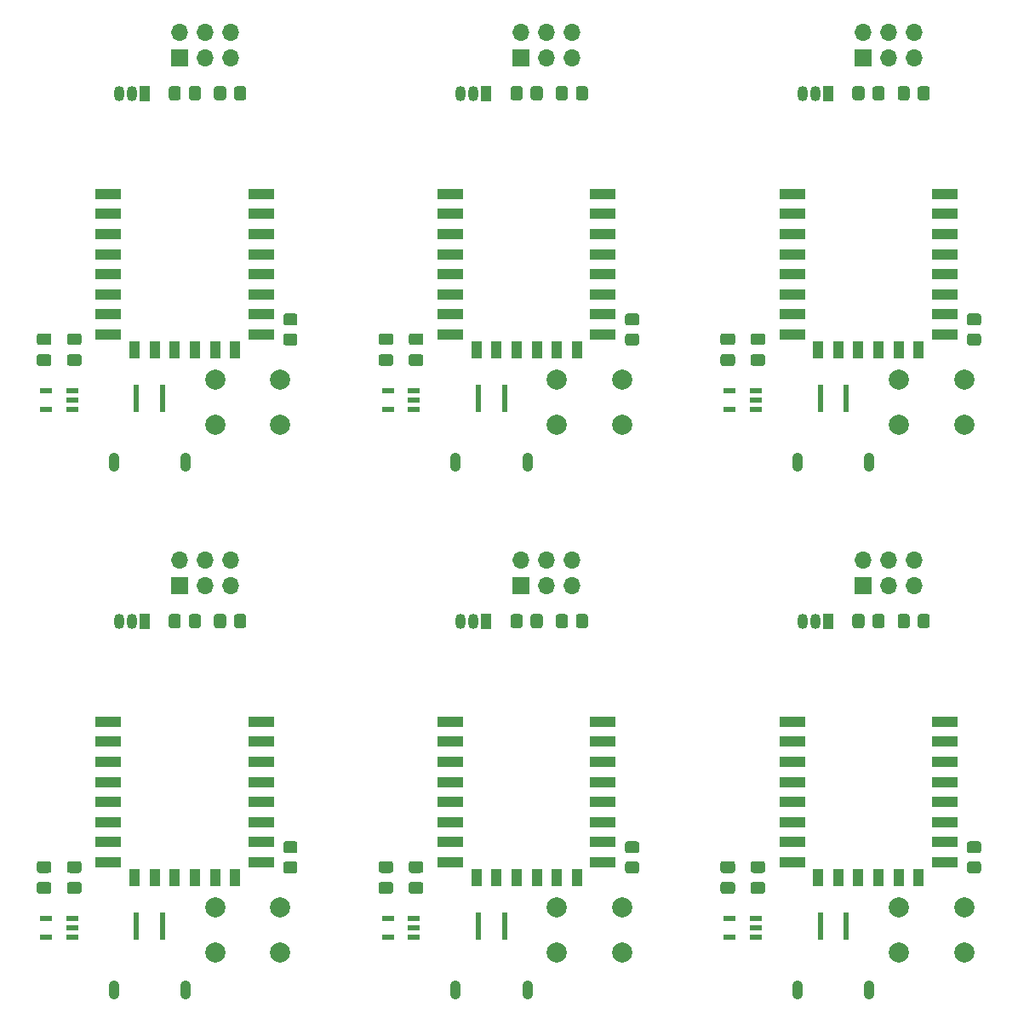
<source format=gbr>
G04 #@! TF.GenerationSoftware,KiCad,Pcbnew,(5.1.9)-1*
G04 #@! TF.CreationDate,2021-03-22T07:19:38+01:00*
G04 #@! TF.ProjectId,IM350- Multi,494d3335-302d-4204-9d75-6c74692e6b69,rev?*
G04 #@! TF.SameCoordinates,Original*
G04 #@! TF.FileFunction,Soldermask,Top*
G04 #@! TF.FilePolarity,Negative*
%FSLAX46Y46*%
G04 Gerber Fmt 4.6, Leading zero omitted, Abs format (unit mm)*
G04 Created by KiCad (PCBNEW (5.1.9)-1) date 2021-03-22 07:19:38*
%MOMM*%
%LPD*%
G01*
G04 APERTURE LIST*
%ADD10O,1.050000X1.500000*%
%ADD11R,1.050000X1.500000*%
%ADD12R,1.200000X0.600000*%
%ADD13C,2.000000*%
%ADD14O,1.700000X1.700000*%
%ADD15R,1.700000X1.700000*%
%ADD16R,2.500000X1.000000*%
%ADD17R,1.000000X1.800000*%
%ADD18R,0.600000X2.800000*%
%ADD19O,1.050000X1.900000*%
G04 APERTURE END LIST*
D10*
X133230000Y-100000000D03*
X131960000Y-100000000D03*
D11*
X134500000Y-100000000D03*
D12*
X127300000Y-78950000D03*
X127300000Y-78000000D03*
X127300000Y-77050000D03*
X124700000Y-77050000D03*
X124700000Y-78950000D03*
D11*
X134500000Y-47500000D03*
D10*
X131960000Y-47500000D03*
X133230000Y-47500000D03*
G36*
G01*
X142600000Y-47049999D02*
X142600000Y-47950001D01*
G75*
G02*
X142350001Y-48200000I-249999J0D01*
G01*
X141649999Y-48200000D01*
G75*
G02*
X141400000Y-47950001I0J249999D01*
G01*
X141400000Y-47049999D01*
G75*
G02*
X141649999Y-46800000I249999J0D01*
G01*
X142350001Y-46800000D01*
G75*
G02*
X142600000Y-47049999I0J-249999D01*
G01*
G37*
G36*
G01*
X144600000Y-47049999D02*
X144600000Y-47950001D01*
G75*
G02*
X144350001Y-48200000I-249999J0D01*
G01*
X143649999Y-48200000D01*
G75*
G02*
X143400000Y-47950001I0J249999D01*
G01*
X143400000Y-47049999D01*
G75*
G02*
X143649999Y-46800000I249999J0D01*
G01*
X144350001Y-46800000D01*
G75*
G02*
X144600000Y-47049999I0J-249999D01*
G01*
G37*
D13*
X148000000Y-128500000D03*
X148000000Y-133000000D03*
X141500000Y-128500000D03*
X141500000Y-133000000D03*
G36*
G01*
X127975000Y-125050000D02*
X127025000Y-125050000D01*
G75*
G02*
X126775000Y-124800000I0J250000D01*
G01*
X126775000Y-124125000D01*
G75*
G02*
X127025000Y-123875000I250000J0D01*
G01*
X127975000Y-123875000D01*
G75*
G02*
X128225000Y-124125000I0J-250000D01*
G01*
X128225000Y-124800000D01*
G75*
G02*
X127975000Y-125050000I-250000J0D01*
G01*
G37*
G36*
G01*
X127975000Y-127125000D02*
X127025000Y-127125000D01*
G75*
G02*
X126775000Y-126875000I0J250000D01*
G01*
X126775000Y-126200000D01*
G75*
G02*
X127025000Y-125950000I250000J0D01*
G01*
X127975000Y-125950000D01*
G75*
G02*
X128225000Y-126200000I0J-250000D01*
G01*
X128225000Y-126875000D01*
G75*
G02*
X127975000Y-127125000I-250000J0D01*
G01*
G37*
D14*
X143040000Y-93960000D03*
X143040000Y-96500000D03*
X140500000Y-93960000D03*
X140500000Y-96500000D03*
X137960000Y-93960000D03*
D15*
X137960000Y-96500000D03*
D12*
X124700000Y-131450000D03*
X124700000Y-129550000D03*
X127300000Y-129550000D03*
X127300000Y-130500000D03*
X127300000Y-131450000D03*
G36*
G01*
X138100000Y-47049999D02*
X138100000Y-47950001D01*
G75*
G02*
X137850001Y-48200000I-249999J0D01*
G01*
X137149999Y-48200000D01*
G75*
G02*
X136900000Y-47950001I0J249999D01*
G01*
X136900000Y-47049999D01*
G75*
G02*
X137149999Y-46800000I249999J0D01*
G01*
X137850001Y-46800000D01*
G75*
G02*
X138100000Y-47049999I0J-249999D01*
G01*
G37*
G36*
G01*
X140100000Y-47049999D02*
X140100000Y-47950001D01*
G75*
G02*
X139850001Y-48200000I-249999J0D01*
G01*
X139149999Y-48200000D01*
G75*
G02*
X138900000Y-47950001I0J249999D01*
G01*
X138900000Y-47049999D01*
G75*
G02*
X139149999Y-46800000I249999J0D01*
G01*
X139850001Y-46800000D01*
G75*
G02*
X140100000Y-47049999I0J-249999D01*
G01*
G37*
D15*
X137960000Y-44000000D03*
D14*
X137960000Y-41460000D03*
X140500000Y-44000000D03*
X140500000Y-41460000D03*
X143040000Y-44000000D03*
X143040000Y-41460000D03*
G36*
G01*
X127975000Y-74625000D02*
X127025000Y-74625000D01*
G75*
G02*
X126775000Y-74375000I0J250000D01*
G01*
X126775000Y-73700000D01*
G75*
G02*
X127025000Y-73450000I250000J0D01*
G01*
X127975000Y-73450000D01*
G75*
G02*
X128225000Y-73700000I0J-250000D01*
G01*
X128225000Y-74375000D01*
G75*
G02*
X127975000Y-74625000I-250000J0D01*
G01*
G37*
G36*
G01*
X127975000Y-72550000D02*
X127025000Y-72550000D01*
G75*
G02*
X126775000Y-72300000I0J250000D01*
G01*
X126775000Y-71625000D01*
G75*
G02*
X127025000Y-71375000I250000J0D01*
G01*
X127975000Y-71375000D01*
G75*
G02*
X128225000Y-71625000I0J-250000D01*
G01*
X128225000Y-72300000D01*
G75*
G02*
X127975000Y-72550000I-250000J0D01*
G01*
G37*
G36*
G01*
X124975000Y-72550000D02*
X124025000Y-72550000D01*
G75*
G02*
X123775000Y-72300000I0J250000D01*
G01*
X123775000Y-71625000D01*
G75*
G02*
X124025000Y-71375000I250000J0D01*
G01*
X124975000Y-71375000D01*
G75*
G02*
X125225000Y-71625000I0J-250000D01*
G01*
X125225000Y-72300000D01*
G75*
G02*
X124975000Y-72550000I-250000J0D01*
G01*
G37*
G36*
G01*
X124975000Y-74625000D02*
X124025000Y-74625000D01*
G75*
G02*
X123775000Y-74375000I0J250000D01*
G01*
X123775000Y-73700000D01*
G75*
G02*
X124025000Y-73450000I250000J0D01*
G01*
X124975000Y-73450000D01*
G75*
G02*
X125225000Y-73700000I0J-250000D01*
G01*
X125225000Y-74375000D01*
G75*
G02*
X124975000Y-74625000I-250000J0D01*
G01*
G37*
D16*
X130900000Y-57500000D03*
X130900000Y-59500000D03*
X130900000Y-61500000D03*
X130900000Y-63500000D03*
X130900000Y-65500000D03*
X130900000Y-67500000D03*
X130900000Y-69500000D03*
X130900000Y-71500000D03*
D17*
X133500000Y-73000000D03*
X135500000Y-73000000D03*
X137500000Y-73000000D03*
X139500000Y-73000000D03*
X141500000Y-73000000D03*
X143500000Y-73000000D03*
D16*
X146100000Y-71500000D03*
X146100000Y-69500000D03*
X146100000Y-67500000D03*
X146100000Y-65500000D03*
X146100000Y-63500000D03*
X146100000Y-61500000D03*
X146100000Y-59500000D03*
X146100000Y-57500000D03*
G36*
G01*
X140100000Y-99549999D02*
X140100000Y-100450001D01*
G75*
G02*
X139850001Y-100700000I-249999J0D01*
G01*
X139149999Y-100700000D01*
G75*
G02*
X138900000Y-100450001I0J249999D01*
G01*
X138900000Y-99549999D01*
G75*
G02*
X139149999Y-99300000I249999J0D01*
G01*
X139850001Y-99300000D01*
G75*
G02*
X140100000Y-99549999I0J-249999D01*
G01*
G37*
G36*
G01*
X138100000Y-99549999D02*
X138100000Y-100450001D01*
G75*
G02*
X137850001Y-100700000I-249999J0D01*
G01*
X137149999Y-100700000D01*
G75*
G02*
X136900000Y-100450001I0J249999D01*
G01*
X136900000Y-99549999D01*
G75*
G02*
X137149999Y-99300000I249999J0D01*
G01*
X137850001Y-99300000D01*
G75*
G02*
X138100000Y-99549999I0J-249999D01*
G01*
G37*
G36*
G01*
X149450001Y-70600000D02*
X148549999Y-70600000D01*
G75*
G02*
X148300000Y-70350001I0J249999D01*
G01*
X148300000Y-69649999D01*
G75*
G02*
X148549999Y-69400000I249999J0D01*
G01*
X149450001Y-69400000D01*
G75*
G02*
X149700000Y-69649999I0J-249999D01*
G01*
X149700000Y-70350001D01*
G75*
G02*
X149450001Y-70600000I-249999J0D01*
G01*
G37*
G36*
G01*
X149450001Y-72600000D02*
X148549999Y-72600000D01*
G75*
G02*
X148300000Y-72350001I0J249999D01*
G01*
X148300000Y-71649999D01*
G75*
G02*
X148549999Y-71400000I249999J0D01*
G01*
X149450001Y-71400000D01*
G75*
G02*
X149700000Y-71649999I0J-249999D01*
G01*
X149700000Y-72350001D01*
G75*
G02*
X149450001Y-72600000I-249999J0D01*
G01*
G37*
D13*
X141500000Y-80500000D03*
X141500000Y-76000000D03*
X148000000Y-80500000D03*
X148000000Y-76000000D03*
D18*
X133700000Y-77850000D03*
X136300000Y-77850000D03*
D19*
X131425000Y-84200000D03*
X138575000Y-84200000D03*
G36*
G01*
X144600000Y-99549999D02*
X144600000Y-100450001D01*
G75*
G02*
X144350001Y-100700000I-249999J0D01*
G01*
X143649999Y-100700000D01*
G75*
G02*
X143400000Y-100450001I0J249999D01*
G01*
X143400000Y-99549999D01*
G75*
G02*
X143649999Y-99300000I249999J0D01*
G01*
X144350001Y-99300000D01*
G75*
G02*
X144600000Y-99549999I0J-249999D01*
G01*
G37*
G36*
G01*
X142600000Y-99549999D02*
X142600000Y-100450001D01*
G75*
G02*
X142350001Y-100700000I-249999J0D01*
G01*
X141649999Y-100700000D01*
G75*
G02*
X141400000Y-100450001I0J249999D01*
G01*
X141400000Y-99549999D01*
G75*
G02*
X141649999Y-99300000I249999J0D01*
G01*
X142350001Y-99300000D01*
G75*
G02*
X142600000Y-99549999I0J-249999D01*
G01*
G37*
G36*
G01*
X124975000Y-127125000D02*
X124025000Y-127125000D01*
G75*
G02*
X123775000Y-126875000I0J250000D01*
G01*
X123775000Y-126200000D01*
G75*
G02*
X124025000Y-125950000I250000J0D01*
G01*
X124975000Y-125950000D01*
G75*
G02*
X125225000Y-126200000I0J-250000D01*
G01*
X125225000Y-126875000D01*
G75*
G02*
X124975000Y-127125000I-250000J0D01*
G01*
G37*
G36*
G01*
X124975000Y-125050000D02*
X124025000Y-125050000D01*
G75*
G02*
X123775000Y-124800000I0J250000D01*
G01*
X123775000Y-124125000D01*
G75*
G02*
X124025000Y-123875000I250000J0D01*
G01*
X124975000Y-123875000D01*
G75*
G02*
X125225000Y-124125000I0J-250000D01*
G01*
X125225000Y-124800000D01*
G75*
G02*
X124975000Y-125050000I-250000J0D01*
G01*
G37*
D16*
X146100000Y-110000000D03*
X146100000Y-112000000D03*
X146100000Y-114000000D03*
X146100000Y-116000000D03*
X146100000Y-118000000D03*
X146100000Y-120000000D03*
X146100000Y-122000000D03*
X146100000Y-124000000D03*
D17*
X143500000Y-125500000D03*
X141500000Y-125500000D03*
X139500000Y-125500000D03*
X137500000Y-125500000D03*
X135500000Y-125500000D03*
X133500000Y-125500000D03*
D16*
X130900000Y-124000000D03*
X130900000Y-122000000D03*
X130900000Y-120000000D03*
X130900000Y-118000000D03*
X130900000Y-116000000D03*
X130900000Y-114000000D03*
X130900000Y-112000000D03*
X130900000Y-110000000D03*
G36*
G01*
X149450001Y-125100000D02*
X148549999Y-125100000D01*
G75*
G02*
X148300000Y-124850001I0J249999D01*
G01*
X148300000Y-124149999D01*
G75*
G02*
X148549999Y-123900000I249999J0D01*
G01*
X149450001Y-123900000D01*
G75*
G02*
X149700000Y-124149999I0J-249999D01*
G01*
X149700000Y-124850001D01*
G75*
G02*
X149450001Y-125100000I-249999J0D01*
G01*
G37*
G36*
G01*
X149450001Y-123100000D02*
X148549999Y-123100000D01*
G75*
G02*
X148300000Y-122850001I0J249999D01*
G01*
X148300000Y-122149999D01*
G75*
G02*
X148549999Y-121900000I249999J0D01*
G01*
X149450001Y-121900000D01*
G75*
G02*
X149700000Y-122149999I0J-249999D01*
G01*
X149700000Y-122850001D01*
G75*
G02*
X149450001Y-123100000I-249999J0D01*
G01*
G37*
D19*
X138575000Y-136700000D03*
X131425000Y-136700000D03*
D18*
X136300000Y-130350000D03*
X133700000Y-130350000D03*
D19*
X104575000Y-84200000D03*
X97425000Y-84200000D03*
D18*
X102300000Y-77850000D03*
X99700000Y-77850000D03*
G36*
G01*
X115450001Y-72600000D02*
X114549999Y-72600000D01*
G75*
G02*
X114300000Y-72350001I0J249999D01*
G01*
X114300000Y-71649999D01*
G75*
G02*
X114549999Y-71400000I249999J0D01*
G01*
X115450001Y-71400000D01*
G75*
G02*
X115700000Y-71649999I0J-249999D01*
G01*
X115700000Y-72350001D01*
G75*
G02*
X115450001Y-72600000I-249999J0D01*
G01*
G37*
G36*
G01*
X115450001Y-70600000D02*
X114549999Y-70600000D01*
G75*
G02*
X114300000Y-70350001I0J249999D01*
G01*
X114300000Y-69649999D01*
G75*
G02*
X114549999Y-69400000I249999J0D01*
G01*
X115450001Y-69400000D01*
G75*
G02*
X115700000Y-69649999I0J-249999D01*
G01*
X115700000Y-70350001D01*
G75*
G02*
X115450001Y-70600000I-249999J0D01*
G01*
G37*
D10*
X99230000Y-47500000D03*
X97960000Y-47500000D03*
D11*
X100500000Y-47500000D03*
G36*
G01*
X110600000Y-47049999D02*
X110600000Y-47950001D01*
G75*
G02*
X110350001Y-48200000I-249999J0D01*
G01*
X109649999Y-48200000D01*
G75*
G02*
X109400000Y-47950001I0J249999D01*
G01*
X109400000Y-47049999D01*
G75*
G02*
X109649999Y-46800000I249999J0D01*
G01*
X110350001Y-46800000D01*
G75*
G02*
X110600000Y-47049999I0J-249999D01*
G01*
G37*
G36*
G01*
X108600000Y-47049999D02*
X108600000Y-47950001D01*
G75*
G02*
X108350001Y-48200000I-249999J0D01*
G01*
X107649999Y-48200000D01*
G75*
G02*
X107400000Y-47950001I0J249999D01*
G01*
X107400000Y-47049999D01*
G75*
G02*
X107649999Y-46800000I249999J0D01*
G01*
X108350001Y-46800000D01*
G75*
G02*
X108600000Y-47049999I0J-249999D01*
G01*
G37*
G36*
G01*
X115450001Y-123100000D02*
X114549999Y-123100000D01*
G75*
G02*
X114300000Y-122850001I0J249999D01*
G01*
X114300000Y-122149999D01*
G75*
G02*
X114549999Y-121900000I249999J0D01*
G01*
X115450001Y-121900000D01*
G75*
G02*
X115700000Y-122149999I0J-249999D01*
G01*
X115700000Y-122850001D01*
G75*
G02*
X115450001Y-123100000I-249999J0D01*
G01*
G37*
G36*
G01*
X115450001Y-125100000D02*
X114549999Y-125100000D01*
G75*
G02*
X114300000Y-124850001I0J249999D01*
G01*
X114300000Y-124149999D01*
G75*
G02*
X114549999Y-123900000I249999J0D01*
G01*
X115450001Y-123900000D01*
G75*
G02*
X115700000Y-124149999I0J-249999D01*
G01*
X115700000Y-124850001D01*
G75*
G02*
X115450001Y-125100000I-249999J0D01*
G01*
G37*
X100500000Y-100000000D03*
D10*
X97960000Y-100000000D03*
X99230000Y-100000000D03*
G36*
G01*
X108600000Y-99549999D02*
X108600000Y-100450001D01*
G75*
G02*
X108350001Y-100700000I-249999J0D01*
G01*
X107649999Y-100700000D01*
G75*
G02*
X107400000Y-100450001I0J249999D01*
G01*
X107400000Y-99549999D01*
G75*
G02*
X107649999Y-99300000I249999J0D01*
G01*
X108350001Y-99300000D01*
G75*
G02*
X108600000Y-99549999I0J-249999D01*
G01*
G37*
G36*
G01*
X110600000Y-99549999D02*
X110600000Y-100450001D01*
G75*
G02*
X110350001Y-100700000I-249999J0D01*
G01*
X109649999Y-100700000D01*
G75*
G02*
X109400000Y-100450001I0J249999D01*
G01*
X109400000Y-99549999D01*
G75*
G02*
X109649999Y-99300000I249999J0D01*
G01*
X110350001Y-99300000D01*
G75*
G02*
X110600000Y-99549999I0J-249999D01*
G01*
G37*
D15*
X103960000Y-96500000D03*
D14*
X103960000Y-93960000D03*
X106500000Y-96500000D03*
X106500000Y-93960000D03*
X109040000Y-96500000D03*
X109040000Y-93960000D03*
G36*
G01*
X104100000Y-99549999D02*
X104100000Y-100450001D01*
G75*
G02*
X103850001Y-100700000I-249999J0D01*
G01*
X103149999Y-100700000D01*
G75*
G02*
X102900000Y-100450001I0J249999D01*
G01*
X102900000Y-99549999D01*
G75*
G02*
X103149999Y-99300000I249999J0D01*
G01*
X103850001Y-99300000D01*
G75*
G02*
X104100000Y-99549999I0J-249999D01*
G01*
G37*
G36*
G01*
X106100000Y-99549999D02*
X106100000Y-100450001D01*
G75*
G02*
X105850001Y-100700000I-249999J0D01*
G01*
X105149999Y-100700000D01*
G75*
G02*
X104900000Y-100450001I0J249999D01*
G01*
X104900000Y-99549999D01*
G75*
G02*
X105149999Y-99300000I249999J0D01*
G01*
X105850001Y-99300000D01*
G75*
G02*
X106100000Y-99549999I0J-249999D01*
G01*
G37*
D12*
X93300000Y-131450000D03*
X93300000Y-130500000D03*
X93300000Y-129550000D03*
X90700000Y-129550000D03*
X90700000Y-131450000D03*
D14*
X109040000Y-41460000D03*
X109040000Y-44000000D03*
X106500000Y-41460000D03*
X106500000Y-44000000D03*
X103960000Y-41460000D03*
D15*
X103960000Y-44000000D03*
D18*
X99700000Y-130350000D03*
X102300000Y-130350000D03*
D19*
X97425000Y-136700000D03*
X104575000Y-136700000D03*
G36*
G01*
X90975000Y-125050000D02*
X90025000Y-125050000D01*
G75*
G02*
X89775000Y-124800000I0J250000D01*
G01*
X89775000Y-124125000D01*
G75*
G02*
X90025000Y-123875000I250000J0D01*
G01*
X90975000Y-123875000D01*
G75*
G02*
X91225000Y-124125000I0J-250000D01*
G01*
X91225000Y-124800000D01*
G75*
G02*
X90975000Y-125050000I-250000J0D01*
G01*
G37*
G36*
G01*
X90975000Y-127125000D02*
X90025000Y-127125000D01*
G75*
G02*
X89775000Y-126875000I0J250000D01*
G01*
X89775000Y-126200000D01*
G75*
G02*
X90025000Y-125950000I250000J0D01*
G01*
X90975000Y-125950000D01*
G75*
G02*
X91225000Y-126200000I0J-250000D01*
G01*
X91225000Y-126875000D01*
G75*
G02*
X90975000Y-127125000I-250000J0D01*
G01*
G37*
G36*
G01*
X93975000Y-127125000D02*
X93025000Y-127125000D01*
G75*
G02*
X92775000Y-126875000I0J250000D01*
G01*
X92775000Y-126200000D01*
G75*
G02*
X93025000Y-125950000I250000J0D01*
G01*
X93975000Y-125950000D01*
G75*
G02*
X94225000Y-126200000I0J-250000D01*
G01*
X94225000Y-126875000D01*
G75*
G02*
X93975000Y-127125000I-250000J0D01*
G01*
G37*
G36*
G01*
X93975000Y-125050000D02*
X93025000Y-125050000D01*
G75*
G02*
X92775000Y-124800000I0J250000D01*
G01*
X92775000Y-124125000D01*
G75*
G02*
X93025000Y-123875000I250000J0D01*
G01*
X93975000Y-123875000D01*
G75*
G02*
X94225000Y-124125000I0J-250000D01*
G01*
X94225000Y-124800000D01*
G75*
G02*
X93975000Y-125050000I-250000J0D01*
G01*
G37*
D13*
X107500000Y-133000000D03*
X107500000Y-128500000D03*
X114000000Y-133000000D03*
X114000000Y-128500000D03*
D16*
X96900000Y-110000000D03*
X96900000Y-112000000D03*
X96900000Y-114000000D03*
X96900000Y-116000000D03*
X96900000Y-118000000D03*
X96900000Y-120000000D03*
X96900000Y-122000000D03*
X96900000Y-124000000D03*
D17*
X99500000Y-125500000D03*
X101500000Y-125500000D03*
X103500000Y-125500000D03*
X105500000Y-125500000D03*
X107500000Y-125500000D03*
X109500000Y-125500000D03*
D16*
X112100000Y-124000000D03*
X112100000Y-122000000D03*
X112100000Y-120000000D03*
X112100000Y-118000000D03*
X112100000Y-116000000D03*
X112100000Y-114000000D03*
X112100000Y-112000000D03*
X112100000Y-110000000D03*
D13*
X114000000Y-76000000D03*
X114000000Y-80500000D03*
X107500000Y-76000000D03*
X107500000Y-80500000D03*
G36*
G01*
X106100000Y-47049999D02*
X106100000Y-47950001D01*
G75*
G02*
X105850001Y-48200000I-249999J0D01*
G01*
X105149999Y-48200000D01*
G75*
G02*
X104900000Y-47950001I0J249999D01*
G01*
X104900000Y-47049999D01*
G75*
G02*
X105149999Y-46800000I249999J0D01*
G01*
X105850001Y-46800000D01*
G75*
G02*
X106100000Y-47049999I0J-249999D01*
G01*
G37*
G36*
G01*
X104100000Y-47049999D02*
X104100000Y-47950001D01*
G75*
G02*
X103850001Y-48200000I-249999J0D01*
G01*
X103149999Y-48200000D01*
G75*
G02*
X102900000Y-47950001I0J249999D01*
G01*
X102900000Y-47049999D01*
G75*
G02*
X103149999Y-46800000I249999J0D01*
G01*
X103850001Y-46800000D01*
G75*
G02*
X104100000Y-47049999I0J-249999D01*
G01*
G37*
G36*
G01*
X93975000Y-72550000D02*
X93025000Y-72550000D01*
G75*
G02*
X92775000Y-72300000I0J250000D01*
G01*
X92775000Y-71625000D01*
G75*
G02*
X93025000Y-71375000I250000J0D01*
G01*
X93975000Y-71375000D01*
G75*
G02*
X94225000Y-71625000I0J-250000D01*
G01*
X94225000Y-72300000D01*
G75*
G02*
X93975000Y-72550000I-250000J0D01*
G01*
G37*
G36*
G01*
X93975000Y-74625000D02*
X93025000Y-74625000D01*
G75*
G02*
X92775000Y-74375000I0J250000D01*
G01*
X92775000Y-73700000D01*
G75*
G02*
X93025000Y-73450000I250000J0D01*
G01*
X93975000Y-73450000D01*
G75*
G02*
X94225000Y-73700000I0J-250000D01*
G01*
X94225000Y-74375000D01*
G75*
G02*
X93975000Y-74625000I-250000J0D01*
G01*
G37*
D16*
X112100000Y-57500000D03*
X112100000Y-59500000D03*
X112100000Y-61500000D03*
X112100000Y-63500000D03*
X112100000Y-65500000D03*
X112100000Y-67500000D03*
X112100000Y-69500000D03*
X112100000Y-71500000D03*
D17*
X109500000Y-73000000D03*
X107500000Y-73000000D03*
X105500000Y-73000000D03*
X103500000Y-73000000D03*
X101500000Y-73000000D03*
X99500000Y-73000000D03*
D16*
X96900000Y-71500000D03*
X96900000Y-69500000D03*
X96900000Y-67500000D03*
X96900000Y-65500000D03*
X96900000Y-63500000D03*
X96900000Y-61500000D03*
X96900000Y-59500000D03*
X96900000Y-57500000D03*
G36*
G01*
X90975000Y-74625000D02*
X90025000Y-74625000D01*
G75*
G02*
X89775000Y-74375000I0J250000D01*
G01*
X89775000Y-73700000D01*
G75*
G02*
X90025000Y-73450000I250000J0D01*
G01*
X90975000Y-73450000D01*
G75*
G02*
X91225000Y-73700000I0J-250000D01*
G01*
X91225000Y-74375000D01*
G75*
G02*
X90975000Y-74625000I-250000J0D01*
G01*
G37*
G36*
G01*
X90975000Y-72550000D02*
X90025000Y-72550000D01*
G75*
G02*
X89775000Y-72300000I0J250000D01*
G01*
X89775000Y-71625000D01*
G75*
G02*
X90025000Y-71375000I250000J0D01*
G01*
X90975000Y-71375000D01*
G75*
G02*
X91225000Y-71625000I0J-250000D01*
G01*
X91225000Y-72300000D01*
G75*
G02*
X90975000Y-72550000I-250000J0D01*
G01*
G37*
D12*
X90700000Y-78950000D03*
X90700000Y-77050000D03*
X93300000Y-77050000D03*
X93300000Y-78000000D03*
X93300000Y-78950000D03*
D19*
X70575000Y-136700000D03*
X63425000Y-136700000D03*
D18*
X68300000Y-130350000D03*
X65700000Y-130350000D03*
G36*
G01*
X81450001Y-125100000D02*
X80549999Y-125100000D01*
G75*
G02*
X80300000Y-124850001I0J249999D01*
G01*
X80300000Y-124149999D01*
G75*
G02*
X80549999Y-123900000I249999J0D01*
G01*
X81450001Y-123900000D01*
G75*
G02*
X81700000Y-124149999I0J-249999D01*
G01*
X81700000Y-124850001D01*
G75*
G02*
X81450001Y-125100000I-249999J0D01*
G01*
G37*
G36*
G01*
X81450001Y-123100000D02*
X80549999Y-123100000D01*
G75*
G02*
X80300000Y-122850001I0J249999D01*
G01*
X80300000Y-122149999D01*
G75*
G02*
X80549999Y-121900000I249999J0D01*
G01*
X81450001Y-121900000D01*
G75*
G02*
X81700000Y-122149999I0J-249999D01*
G01*
X81700000Y-122850001D01*
G75*
G02*
X81450001Y-123100000I-249999J0D01*
G01*
G37*
D10*
X65230000Y-100000000D03*
X63960000Y-100000000D03*
D11*
X66500000Y-100000000D03*
G36*
G01*
X76600000Y-99549999D02*
X76600000Y-100450001D01*
G75*
G02*
X76350001Y-100700000I-249999J0D01*
G01*
X75649999Y-100700000D01*
G75*
G02*
X75400000Y-100450001I0J249999D01*
G01*
X75400000Y-99549999D01*
G75*
G02*
X75649999Y-99300000I249999J0D01*
G01*
X76350001Y-99300000D01*
G75*
G02*
X76600000Y-99549999I0J-249999D01*
G01*
G37*
G36*
G01*
X74600000Y-99549999D02*
X74600000Y-100450001D01*
G75*
G02*
X74350001Y-100700000I-249999J0D01*
G01*
X73649999Y-100700000D01*
G75*
G02*
X73400000Y-100450001I0J249999D01*
G01*
X73400000Y-99549999D01*
G75*
G02*
X73649999Y-99300000I249999J0D01*
G01*
X74350001Y-99300000D01*
G75*
G02*
X74600000Y-99549999I0J-249999D01*
G01*
G37*
D14*
X75040000Y-93960000D03*
X75040000Y-96500000D03*
X72500000Y-93960000D03*
X72500000Y-96500000D03*
X69960000Y-93960000D03*
D15*
X69960000Y-96500000D03*
D13*
X80000000Y-128500000D03*
X80000000Y-133000000D03*
X73500000Y-128500000D03*
X73500000Y-133000000D03*
G36*
G01*
X72100000Y-99549999D02*
X72100000Y-100450001D01*
G75*
G02*
X71850001Y-100700000I-249999J0D01*
G01*
X71149999Y-100700000D01*
G75*
G02*
X70900000Y-100450001I0J249999D01*
G01*
X70900000Y-99549999D01*
G75*
G02*
X71149999Y-99300000I249999J0D01*
G01*
X71850001Y-99300000D01*
G75*
G02*
X72100000Y-99549999I0J-249999D01*
G01*
G37*
G36*
G01*
X70100000Y-99549999D02*
X70100000Y-100450001D01*
G75*
G02*
X69850001Y-100700000I-249999J0D01*
G01*
X69149999Y-100700000D01*
G75*
G02*
X68900000Y-100450001I0J249999D01*
G01*
X68900000Y-99549999D01*
G75*
G02*
X69149999Y-99300000I249999J0D01*
G01*
X69850001Y-99300000D01*
G75*
G02*
X70100000Y-99549999I0J-249999D01*
G01*
G37*
G36*
G01*
X59975000Y-125050000D02*
X59025000Y-125050000D01*
G75*
G02*
X58775000Y-124800000I0J250000D01*
G01*
X58775000Y-124125000D01*
G75*
G02*
X59025000Y-123875000I250000J0D01*
G01*
X59975000Y-123875000D01*
G75*
G02*
X60225000Y-124125000I0J-250000D01*
G01*
X60225000Y-124800000D01*
G75*
G02*
X59975000Y-125050000I-250000J0D01*
G01*
G37*
G36*
G01*
X59975000Y-127125000D02*
X59025000Y-127125000D01*
G75*
G02*
X58775000Y-126875000I0J250000D01*
G01*
X58775000Y-126200000D01*
G75*
G02*
X59025000Y-125950000I250000J0D01*
G01*
X59975000Y-125950000D01*
G75*
G02*
X60225000Y-126200000I0J-250000D01*
G01*
X60225000Y-126875000D01*
G75*
G02*
X59975000Y-127125000I-250000J0D01*
G01*
G37*
D16*
X78100000Y-110000000D03*
X78100000Y-112000000D03*
X78100000Y-114000000D03*
X78100000Y-116000000D03*
X78100000Y-118000000D03*
X78100000Y-120000000D03*
X78100000Y-122000000D03*
X78100000Y-124000000D03*
D17*
X75500000Y-125500000D03*
X73500000Y-125500000D03*
X71500000Y-125500000D03*
X69500000Y-125500000D03*
X67500000Y-125500000D03*
X65500000Y-125500000D03*
D16*
X62900000Y-124000000D03*
X62900000Y-122000000D03*
X62900000Y-120000000D03*
X62900000Y-118000000D03*
X62900000Y-116000000D03*
X62900000Y-114000000D03*
X62900000Y-112000000D03*
X62900000Y-110000000D03*
G36*
G01*
X56975000Y-127125000D02*
X56025000Y-127125000D01*
G75*
G02*
X55775000Y-126875000I0J250000D01*
G01*
X55775000Y-126200000D01*
G75*
G02*
X56025000Y-125950000I250000J0D01*
G01*
X56975000Y-125950000D01*
G75*
G02*
X57225000Y-126200000I0J-250000D01*
G01*
X57225000Y-126875000D01*
G75*
G02*
X56975000Y-127125000I-250000J0D01*
G01*
G37*
G36*
G01*
X56975000Y-125050000D02*
X56025000Y-125050000D01*
G75*
G02*
X55775000Y-124800000I0J250000D01*
G01*
X55775000Y-124125000D01*
G75*
G02*
X56025000Y-123875000I250000J0D01*
G01*
X56975000Y-123875000D01*
G75*
G02*
X57225000Y-124125000I0J-250000D01*
G01*
X57225000Y-124800000D01*
G75*
G02*
X56975000Y-125050000I-250000J0D01*
G01*
G37*
D12*
X56700000Y-131450000D03*
X56700000Y-129550000D03*
X59300000Y-129550000D03*
X59300000Y-130500000D03*
X59300000Y-131450000D03*
D11*
X66500000Y-47500000D03*
D10*
X63960000Y-47500000D03*
X65230000Y-47500000D03*
D18*
X65700000Y-77850000D03*
X68300000Y-77850000D03*
D19*
X63425000Y-84200000D03*
X70575000Y-84200000D03*
G36*
G01*
X81450001Y-70600000D02*
X80549999Y-70600000D01*
G75*
G02*
X80300000Y-70350001I0J249999D01*
G01*
X80300000Y-69649999D01*
G75*
G02*
X80549999Y-69400000I249999J0D01*
G01*
X81450001Y-69400000D01*
G75*
G02*
X81700000Y-69649999I0J-249999D01*
G01*
X81700000Y-70350001D01*
G75*
G02*
X81450001Y-70600000I-249999J0D01*
G01*
G37*
G36*
G01*
X81450001Y-72600000D02*
X80549999Y-72600000D01*
G75*
G02*
X80300000Y-72350001I0J249999D01*
G01*
X80300000Y-71649999D01*
G75*
G02*
X80549999Y-71400000I249999J0D01*
G01*
X81450001Y-71400000D01*
G75*
G02*
X81700000Y-71649999I0J-249999D01*
G01*
X81700000Y-72350001D01*
G75*
G02*
X81450001Y-72600000I-249999J0D01*
G01*
G37*
G36*
G01*
X74600000Y-47049999D02*
X74600000Y-47950001D01*
G75*
G02*
X74350001Y-48200000I-249999J0D01*
G01*
X73649999Y-48200000D01*
G75*
G02*
X73400000Y-47950001I0J249999D01*
G01*
X73400000Y-47049999D01*
G75*
G02*
X73649999Y-46800000I249999J0D01*
G01*
X74350001Y-46800000D01*
G75*
G02*
X74600000Y-47049999I0J-249999D01*
G01*
G37*
G36*
G01*
X76600000Y-47049999D02*
X76600000Y-47950001D01*
G75*
G02*
X76350001Y-48200000I-249999J0D01*
G01*
X75649999Y-48200000D01*
G75*
G02*
X75400000Y-47950001I0J249999D01*
G01*
X75400000Y-47049999D01*
G75*
G02*
X75649999Y-46800000I249999J0D01*
G01*
X76350001Y-46800000D01*
G75*
G02*
X76600000Y-47049999I0J-249999D01*
G01*
G37*
G36*
G01*
X70100000Y-47049999D02*
X70100000Y-47950001D01*
G75*
G02*
X69850001Y-48200000I-249999J0D01*
G01*
X69149999Y-48200000D01*
G75*
G02*
X68900000Y-47950001I0J249999D01*
G01*
X68900000Y-47049999D01*
G75*
G02*
X69149999Y-46800000I249999J0D01*
G01*
X69850001Y-46800000D01*
G75*
G02*
X70100000Y-47049999I0J-249999D01*
G01*
G37*
G36*
G01*
X72100000Y-47049999D02*
X72100000Y-47950001D01*
G75*
G02*
X71850001Y-48200000I-249999J0D01*
G01*
X71149999Y-48200000D01*
G75*
G02*
X70900000Y-47950001I0J249999D01*
G01*
X70900000Y-47049999D01*
G75*
G02*
X71149999Y-46800000I249999J0D01*
G01*
X71850001Y-46800000D01*
G75*
G02*
X72100000Y-47049999I0J-249999D01*
G01*
G37*
D16*
X62900000Y-57500000D03*
X62900000Y-59500000D03*
X62900000Y-61500000D03*
X62900000Y-63500000D03*
X62900000Y-65500000D03*
X62900000Y-67500000D03*
X62900000Y-69500000D03*
X62900000Y-71500000D03*
D17*
X65500000Y-73000000D03*
X67500000Y-73000000D03*
X69500000Y-73000000D03*
X71500000Y-73000000D03*
X73500000Y-73000000D03*
X75500000Y-73000000D03*
D16*
X78100000Y-71500000D03*
X78100000Y-69500000D03*
X78100000Y-67500000D03*
X78100000Y-65500000D03*
X78100000Y-63500000D03*
X78100000Y-61500000D03*
X78100000Y-59500000D03*
X78100000Y-57500000D03*
D13*
X73500000Y-80500000D03*
X73500000Y-76000000D03*
X80000000Y-80500000D03*
X80000000Y-76000000D03*
G36*
G01*
X59975000Y-74625000D02*
X59025000Y-74625000D01*
G75*
G02*
X58775000Y-74375000I0J250000D01*
G01*
X58775000Y-73700000D01*
G75*
G02*
X59025000Y-73450000I250000J0D01*
G01*
X59975000Y-73450000D01*
G75*
G02*
X60225000Y-73700000I0J-250000D01*
G01*
X60225000Y-74375000D01*
G75*
G02*
X59975000Y-74625000I-250000J0D01*
G01*
G37*
G36*
G01*
X59975000Y-72550000D02*
X59025000Y-72550000D01*
G75*
G02*
X58775000Y-72300000I0J250000D01*
G01*
X58775000Y-71625000D01*
G75*
G02*
X59025000Y-71375000I250000J0D01*
G01*
X59975000Y-71375000D01*
G75*
G02*
X60225000Y-71625000I0J-250000D01*
G01*
X60225000Y-72300000D01*
G75*
G02*
X59975000Y-72550000I-250000J0D01*
G01*
G37*
G36*
G01*
X56975000Y-72550000D02*
X56025000Y-72550000D01*
G75*
G02*
X55775000Y-72300000I0J250000D01*
G01*
X55775000Y-71625000D01*
G75*
G02*
X56025000Y-71375000I250000J0D01*
G01*
X56975000Y-71375000D01*
G75*
G02*
X57225000Y-71625000I0J-250000D01*
G01*
X57225000Y-72300000D01*
G75*
G02*
X56975000Y-72550000I-250000J0D01*
G01*
G37*
G36*
G01*
X56975000Y-74625000D02*
X56025000Y-74625000D01*
G75*
G02*
X55775000Y-74375000I0J250000D01*
G01*
X55775000Y-73700000D01*
G75*
G02*
X56025000Y-73450000I250000J0D01*
G01*
X56975000Y-73450000D01*
G75*
G02*
X57225000Y-73700000I0J-250000D01*
G01*
X57225000Y-74375000D01*
G75*
G02*
X56975000Y-74625000I-250000J0D01*
G01*
G37*
D12*
X59300000Y-78950000D03*
X59300000Y-78000000D03*
X59300000Y-77050000D03*
X56700000Y-77050000D03*
X56700000Y-78950000D03*
D15*
X69960000Y-44000000D03*
D14*
X69960000Y-41460000D03*
X72500000Y-44000000D03*
X72500000Y-41460000D03*
X75040000Y-44000000D03*
X75040000Y-41460000D03*
M02*

</source>
